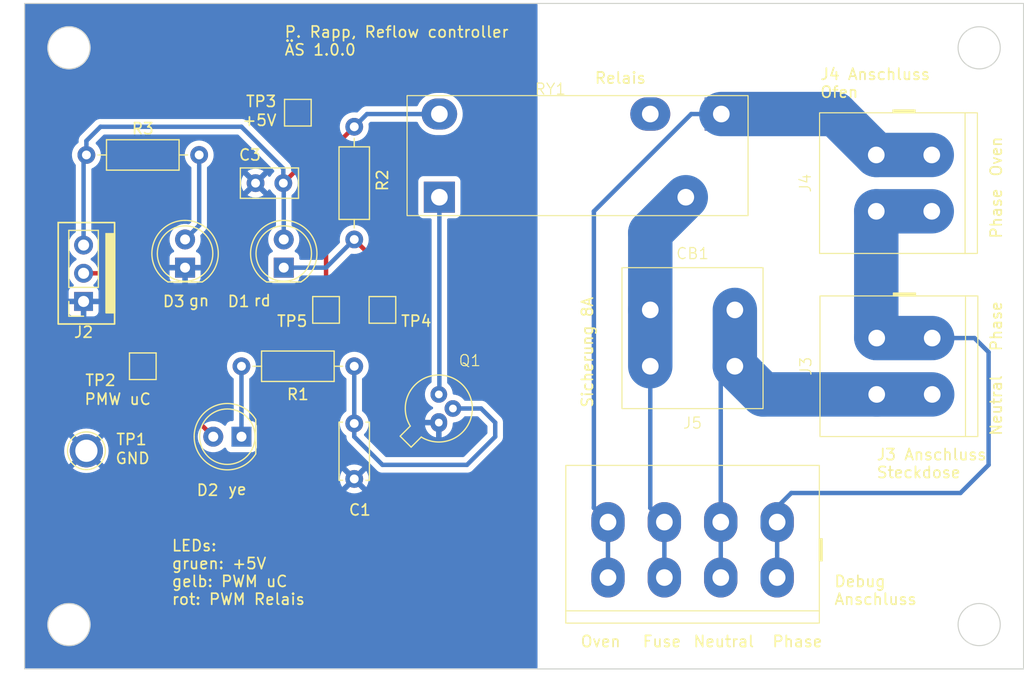
<source format=kicad_pcb>
(kicad_pcb (version 20221018) (generator pcbnew)
  (title_block (title "Reflow Oven Controller") (date "2024-01-24") (rev "1.0.0") (company "Philipp Rapp"))
  (layers (0 "F.Cu" signal) (31 "B.Cu" signal) (34 "B.Paste" user) (35 "F.Paste" user) (36 "B.SilkS" user "B.Silkscreen") (37 "F.SilkS" user "F.Silkscreen") (38 "B.Mask" user) (39 "F.Mask" user) (44 "Edge.Cuts" user))
  (net 0 "")
  (net 1 "Net-(Q1-B)")
  (net 2 "GND")
  (net 4 "+5V")
  (net 5 "/Fuse")
  (net 6 "Earth")
  (net 7 "Net-(D1-K)")
  (net 8 "Net-(D2-K)")
  (net 9 "Net-(Q1-C)")
  (net 10 "Net-(RY1-A1)")
  (net 11 "Net-(D2-A)")
  (net 12 "Net-(D3-A)")
  (net 13 "AC")
  (net 14 "/Oven")
  (footprint "LED_THT:LED_D5.0mm" (layer "F.Cu") (at 133.35 83.82 90)
    (fp_text reference "D1" (at -3.048 -4.064 180) (layer "F.SilkS"))
    (fp_text value "LED rd")
    (fp_line (start -1.29 -1.545) (end -1.29 1.545) (stroke (width 0.12)) (layer "F.SilkS"))
    (fp_arc (start -1.29 -1.54483) (mid 2.072002 -2.880433) (end 4.26 0.000462) (stroke (width 0.12)) (layer "F.SilkS"))
    (fp_arc (start 4.26 -0.000462) (mid 2.072002 2.880433) (end -1.29 1.54483) (stroke (width 0.12)) (layer "F.SilkS"))
    (fp_circle (center 1.27 0) (end 3.77 0) (stroke (width 0.12)) (fill none) (layer "F.SilkS"))
    (pad "1" thru_hole rect (at 0 0 90) (size 1.8 1.8) (drill 0.9) (layers "*.Cu" "*.Mask") (net 7 "Net-(D1-K)"))
    (pad "2" thru_hole circle (at 2.54 0 90) (size 1.8 1.8) (drill 0.9) (layers "*.Cu" "*.Mask") (net 4 "+5V"))
  )
  (footprint "TestPoint:TestPoint_Pad_2.0x2.0mm" (layer "F.Cu") (at 120.65 92.71)
    (fp_text reference "TP2" (at -3.81 1.27) (layer "F.SilkS"))
    (fp_text value "TestPoint")
    (fp_line (start -1.2 -1.2) (end 1.2 -1.2) (stroke (width 0.12)) (layer "F.SilkS"))
    (fp_line (start -1.2 1.2) (end -1.2 -1.2) (stroke (width 0.12)) (layer "F.SilkS"))
    (fp_line (start 1.2 -1.2) (end 1.2 1.2) (stroke (width 0.12)) (layer "F.SilkS"))
    (fp_line (start 1.2 1.2) (end -1.2 1.2) (stroke (width 0.12)) (layer "F.SilkS"))
    (pad "1" smd rect (at 0 0) (size 2 2) (layers "F.Cu" "F.Mask") (net 11 "Net-(D2-A)"))
  )
  (footprint "LED_THT:LED_D5.0mm" (layer "F.Cu") (at 124.46 83.82 90)
    (fp_text reference "D3" (at -3.048 -1.016 180) (layer "F.SilkS"))
    (fp_text value "LED gn")
    (fp_line (start -1.29 -1.545) (end -1.29 1.545) (stroke (width 0.12)) (layer "F.SilkS"))
    (fp_arc (start -1.29 -1.54483) (mid 2.072002 -2.880433) (end 4.26 0.000462) (stroke (width 0.12)) (layer "F.SilkS"))
    (fp_arc (start 4.26 -0.000462) (mid 2.072002 2.880433) (end -1.29 1.54483) (stroke (width 0.12)) (layer "F.SilkS"))
    (fp_circle (center 1.27 0) (end 3.77 0) (stroke (width 0.12)) (fill none) (layer "F.SilkS"))
    (pad "1" thru_hole rect (at 0 0 90) (size 1.8 1.8) (drill 0.9) (layers "*.Cu" "*.Mask") (net 2 "GND"))
    (pad "2" thru_hole circle (at 2.54 0 90) (size 1.8 1.8) (drill 0.9) (layers "*.Cu" "*.Mask") (net 12 "Net-(D3-A)"))
  )
  (footprint "LED_THT:LED_D5.0mm" (layer "F.Cu") (at 129.54 99.06 180)
    (fp_text reference "D2" (at 3.048 -4.826) (layer "F.SilkS"))
    (fp_text value "LED ye")
    (fp_line (start -1.29 -1.545) (end -1.29 1.545) (stroke (width 0.12)) (layer "F.SilkS"))
    (fp_arc (start -1.29 -1.54483) (mid 2.072002 -2.880433) (end 4.26 0.000462) (stroke (width 0.12)) (layer "F.SilkS"))
    (fp_arc (start 4.26 -0.000462) (mid 2.072002 2.880433) (end -1.29 1.54483) (stroke (width 0.12)) (layer "F.SilkS"))
    (fp_circle (center 1.27 0) (end 3.77 0) (stroke (width 0.12)) (fill none) (layer "F.SilkS"))
    (pad "1" thru_hole rect (at 0 0 180) (size 1.8 1.8) (drill 0.9) (layers "*.Cu" "*.Mask") (net 8 "Net-(D2-K)"))
    (pad "2" thru_hole circle (at 2.54 0 180) (size 1.8 1.8) (drill 0.9) (layers "*.Cu" "*.Mask") (net 11 "Net-(D2-A)"))
  )
  (footprint "controller:FIN 43.41.7" (layer "F.Cu") (at 157.37 73.72)
    (fp_text reference "RY1" (at 0 -6 unlocked) (layer "F.SilkS") (effects (font (thickness 0.1))))
    (fp_text value "FIN_43.41.7")
    (fp_rect (start -12.91 -5.41) (end 17.81 5.41) (stroke (width 0.1)) (fill none) (layer "F.SilkS"))
    (pad "1" thru_hole oval (at -10 -3.75) (size 3.2 2.8) (drill 1.5) (layers "*.Cu" "*.Mask") (net 10 "Net-(RY1-A1)"))
    (pad "2" thru_hole rect (at -10 3.75) (size 2.8 2.8) (drill 1.5) (layers "*.Cu" "*.Mask") (net 9 "Net-(Q1-C)"))
    (pad "3" thru_hole oval (at 12.2 3.75) (size 3.6 3) (drill 1.5) (layers "*.Cu" "*.Mask") (net 5 "/Fuse"))
    (pad "4" thru_hole oval (at 9 -3.75) (size 3.6 3) (drill 1.5) (layers "*.Cu" "*.Mask"))
    (pad "5" thru_hole rect (at 15.4 -3.75) (size 3 3) (drill 1.5) (layers "*.Cu" "*.Mask") (net 14 "/Oven"))
  )
  (footprint "Resistor_THT:R_Axial_DIN0207_L6.3mm_D2.5mm_P10.16mm_Horizontal" (layer "F.Cu") (at 115.57 73.66)
    (fp_text reference "R3" (at 5.08 -2.37) (layer "F.SilkS"))
    (fp_text value "1k")
    (fp_line (start 1.04 0) (end 1.81 0) (stroke (width 0.12)) (layer "F.SilkS"))
    (fp_line (start 1.81 -1.37) (end 1.81 1.37) (stroke (width 0.12)) (layer "F.SilkS"))
    (fp_line (start 1.81 1.37) (end 8.35 1.37) (stroke (width 0.12)) (layer "F.SilkS"))
    (fp_line (start 8.35 -1.37) (end 1.81 -1.37) (stroke (width 0.12)) (layer "F.SilkS"))
    (fp_line (start 8.35 1.37) (end 8.35 -1.37) (stroke (width 0.12)) (layer "F.SilkS"))
    (fp_line (start 9.12 0) (end 8.35 0) (stroke (width 0.12)) (layer "F.SilkS"))
    (pad "1" thru_hole circle (at 0 0) (size 1.6 1.6) (drill 0.8) (layers "*.Cu" "*.Mask") (net 4 "+5V"))
    (pad "2" thru_hole oval (at 10.16 0) (size 1.6 1.6) (drill 0.8) (layers "*.Cu" "*.Mask") (net 12 "Net-(D3-A)"))
  )
  (footprint "controller:WAGO 236-402" (layer "F.Cu") (at 189.23 76.2 90)
    (fp_text reference "J4" (at 0 -8.89 90 unlocked) (layer "F.SilkS") (effects (font (thickness 0.1))))
    (fp_text value "WAGO 236-402")
    (fp_line (start -6.34 5.5) (end 6.34 5.5) (stroke (width 0.1)) (layer "F.SilkS"))
    (fp_rect (start -6.34 -7.61) (end 6.34 6.61) (stroke (width 0.1)) (fill none) (layer "F.SilkS"))
    (fp_rect (start 6.34 -1) (end 6.604 1) (stroke (width 0.1)) (fill solid) (layer "F.SilkS"))
    (pad "1" thru_hole oval (at -2.54 2.5 90) (size 3 3.6) (drill 1.5) (layers "*.Cu" "*.Mask") (net 13 "AC"))
    (pad "2" thru_hole oval (at -2.54 -2.5 90) (size 3 3.6) (drill 1.5) (layers "*.Cu" "*.Mask") (net 13 "AC"))
    (pad "3" thru_hole oval (at 2.54 2.5 90) (size 3 3.6) (drill 1.5) (layers "*.Cu" "*.Mask") (net 14 "/Oven"))
    (pad "4" thru_hole oval (at 2.54 -2.5 90) (size 3 3.6) (drill 1.5) (layers "*.Cu" "*.Mask") (net 14 "/Oven"))
  )
  (footprint "Resistor_THT:R_Axial_DIN0207_L6.3mm_D2.5mm_P10.16mm_Horizontal" (layer "F.Cu") (at 139.7 81.28 90)
    (fp_text reference "R2" (at 5.334 2.54 90) (layer "F.SilkS"))
    (fp_text value "22R")
    (fp_line (start 1.04 0) (end 1.81 0) (stroke (width 0.12)) (layer "F.SilkS"))
    (fp_line (start 1.81 -1.37) (end 1.81 1.37) (stroke (width 0.12)) (layer "F.SilkS"))
    (fp_line (start 1.81 1.37) (end 8.35 1.37) (stroke (width 0.12)) (layer "F.SilkS"))
    (fp_line (start 8.35 -1.37) (end 1.81 -1.37) (stroke (width 0.12)) (layer "F.SilkS"))
    (fp_line (start 8.35 1.37) (end 8.35 -1.37) (stroke (width 0.12)) (layer "F.SilkS"))
    (fp_line (start 9.12 0) (end 8.35 0) (stroke (width 0.12)) (layer "F.SilkS"))
    (pad "1" thru_hole circle (at 0 0 90) (size 1.6 1.6) (drill 0.8) (layers "*.Cu" "*.Mask") (net 7 "Net-(D1-K)"))
    (pad "2" thru_hole oval (at 10.16 0 90) (size 1.6 1.6) (drill 0.8) (layers "*.Cu" "*.Mask") (net 10 "Net-(RY1-A1)"))
  )
  (footprint "TestPoint:TestPoint_Pad_2.0x2.0mm" (layer "F.Cu") (at 137.16 87.63)
    (fp_text reference "TP5" (at -3.048 1.016) (layer "F.SilkS"))
    (fp_text value "TestPoint")
    (fp_line (start -1.2 -1.2) (end 1.2 -1.2) (stroke (width 0.12)) (layer "F.SilkS"))
    (fp_line (start -1.2 1.2) (end -1.2 -1.2) (stroke (width 0.12)) (layer "F.SilkS"))
    (fp_line (start 1.2 -1.2) (end 1.2 1.2) (stroke (width 0.12)) (layer "F.SilkS"))
    (fp_line (start 1.2 1.2) (end -1.2 1.2) (stroke (width 0.12)) (layer "F.SilkS"))
    (pad "1" smd rect (at 0 0) (size 2 2) (layers "F.Cu" "F.Mask") (net 10 "Net-(RY1-A1)"))
  )
  (footprint "controller:FPG4" (layer "F.Cu") (at 170.18 90.17)
    (fp_text reference "CB1" (at 0 -7.62 unlocked) (layer "F.SilkS") (effects (font (thickness 0.1))))
    (fp_text value "FPG4")
    (fp_rect (start -6.36 -6.35) (end 6.35 6.36) (stroke (width 0.1)) (fill none) (layer "F.SilkS"))
    (pad "1" thru_hole oval (at -3.81 -2.54) (size 3.6 3) (drill 1.5) (layers "*.Cu" "*.Mask") (net 5 "/Fuse"))
    (pad "2" thru_hole oval (at -3.81 2.54) (size 3.6 3) (drill 1.5) (layers "*.Cu" "*.Mask") (net 5 "/Fuse"))
    (pad "3" thru_hole oval (at 3.81 -2.54) (size 3.6 3) (drill 1.5) (layers "*.Cu" "*.Mask") (net 6 "Earth"))
    (pad "4" thru_hole oval (at 3.81 2.54) (size 3.6 3) (drill 1.5) (layers "*.Cu" "*.Mask") (net 6 "Earth"))
  )
  (footprint "TestPoint:TestPoint_Plated_Hole_D2.0mm" (layer "F.Cu") (at 115.57 100.33)
    (fp_text reference "TP1" (at 4.064 -1.016) (layer "F.SilkS"))
    (fp_text value "TestPoint")
    (fp_circle (center 0 0) (end 0 -1.7) (stroke (width 0.12)) (fill none) (layer "F.SilkS"))
    (pad "1" thru_hole circle (at 0 0) (size 3 3) (drill 2) (layers "*.Cu" "*.Mask") (net 2 "GND"))
  )
  (footprint "TestPoint:TestPoint_Pad_2.0x2.0mm" (layer "F.Cu") (at 142.24 87.63)
    (fp_text reference "TP4" (at 3.048 1.016) (layer "F.SilkS"))
    (fp_text value "TestPoint")
    (fp_line (start -1.2 -1.2) (end 1.2 -1.2) (stroke (width 0.12)) (layer "F.SilkS"))
    (fp_line (start -1.2 1.2) (end -1.2 -1.2) (stroke (width 0.12)) (layer "F.SilkS"))
    (fp_line (start 1.2 -1.2) (end 1.2 1.2) (stroke (width 0.12)) (layer "F.SilkS"))
    (fp_line (start 1.2 1.2) (end -1.2 1.2) (stroke (width 0.12)) (layer "F.SilkS"))
    (pad "1" smd rect (at 0 0) (size 2 2) (layers "F.Cu" "F.Mask") (net 7 "Net-(D1-K)"))
  )
  (footprint "TestPoint:TestPoint_Pad_2.0x2.0mm" (layer "F.Cu") (at 134.62 69.85)
    (fp_text reference "TP3" (at -3.302 -1.016) (layer "F.SilkS"))
    (fp_text value "TestPoint")
    (fp_line (start -1.2 -1.2) (end 1.2 -1.2) (stroke (width 0.12)) (layer "F.SilkS"))
    (fp_line (start -1.2 1.2) (end -1.2 -1.2) (stroke (width 0.12)) (layer "F.SilkS"))
    (fp_line (start 1.2 -1.2) (end 1.2 1.2) (stroke (width 0.12)) (layer "F.SilkS"))
    (fp_line (start 1.2 1.2) (end -1.2 1.2) (stroke (width 0.12)) (layer "F.SilkS"))
    (pad "1" smd rect (at 0 0) (size 2 2) (layers "F.Cu" "F.Mask") (net 4 "+5V"))
  )
  (footprint "Resistor_THT:R_Axial_DIN0207_L6.3mm_D2.5mm_P10.16mm_Horizontal" (layer "F.Cu") (at 129.54 92.71)
    (fp_text reference "R1" (at 5.08 2.54) (layer "F.SilkS"))
    (fp_text value "1k")
    (fp_line (start 1.04 0) (end 1.81 0) (stroke (width 0.12)) (layer "F.SilkS"))
    (fp_line (start 1.81 -1.37) (end 1.81 1.37) (stroke (width 0.12)) (layer "F.SilkS"))
    (fp_line (start 1.81 1.37) (end 8.35 1.37) (stroke (width 0.12)) (layer "F.SilkS"))
    (fp_line (start 8.35 -1.37) (end 1.81 -1.37) (stroke (width 0.12)) (layer "F.SilkS"))
    (fp_line (start 8.35 1.37) (end 8.35 -1.37) (stroke (width 0.12)) (layer "F.SilkS"))
    (fp_line (start 9.12 0) (end 8.35 0) (stroke (width 0.12)) (layer "F.SilkS"))
    (pad "1" thru_hole circle (at 0 0) (size 1.6 1.6) (drill 0.8) (layers "*.Cu" "*.Mask") (net 8 "Net-(D2-K)"))
    (pad "2" thru_hole oval (at 10.16 0) (size 1.6 1.6) (drill 0.8) (layers "*.Cu" "*.Mask") (net 1 "Net-(Q1-B)"))
  )
  (footprint "Capacitor_THT:C_Disc_D5.0mm_W2.5mm_P2.50mm" (layer "F.Cu") (at 133.31 76.2 180)
    (fp_text reference "C3" (at 3.008 2.54) (layer "F.SilkS"))
    (fp_text value "100n")
    (fp_line (start -1.37 -1.37) (end -1.37 1.37) (stroke (width 0.12)) (layer "F.SilkS"))
    (fp_line (start -1.37 -1.37) (end 3.87 -1.37) (stroke (width 0.12)) (layer "F.SilkS"))
    (fp_line (start -1.37 1.37) (end 3.87 1.37) (stroke (width 0.12)) (layer "F.SilkS"))
    (fp_line (start 3.87 -1.37) (end 3.87 1.37) (stroke (width 0.12)) (layer "F.SilkS"))
    (pad "1" thru_hole circle (at 0 0 180) (size 1.6 1.6) (drill 0.8) (layers "*.Cu" "*.Mask") (net 4 "+5V"))
    (pad "2" thru_hole circle (at 2.5 0 180) (size 1.6 1.6) (drill 0.8) (layers "*.Cu" "*.Mask") (net 2 "GND"))
  )
  (footprint "controller:WAGO 236-404" (layer "F.Cu") (at 170.18 109.26)
    (fp_text reference "J5" (at 0 -11.43 unlocked) (layer "F.SilkS") (effects (font (thickness 0.1))))
    (fp_text value "WAGO 236-404")
    (fp_line (start -11.42 5.5) (end 11.42 5.5) (stroke (width 0.1)) (layer "F.SilkS"))
    (fp_rect (start -11.42 -7.61) (end 11.42 6.61) (stroke (width 0.1)) (fill none) (layer "F.SilkS"))
    (fp_rect (start 11.42 -1) (end 11.684 1) (stroke (width 0.1)) (fill solid) (layer "F.SilkS"))
    (pad "1" thru_hole oval (at -7.62 2.5) (size 3 3.6) (drill 1.5) (layers "*.Cu" "*.Mask") (net 14 "/Oven"))
    (pad "2" thru_hole oval (at -7.62 -2.5) (size 3 3.6) (drill 1.5) (layers "*.Cu" "*.Mask") (net 14 "/Oven"))
    (pad "3" thru_hole oval (at -2.54 2.5) (size 3 3.6) (drill 1.5) (layers "*.Cu" "*.Mask") (net 5 "/Fuse"))
    (pad "4" thru_hole oval (at -2.54 -2.5) (size 3 3.6) (drill 1.5) (layers "*.Cu" "*.Mask") (net 5 "/Fuse"))
    (pad "5" thru_hole oval (at 2.54 2.5) (size 3 3.6) (drill 1.5) (layers "*.Cu" "*.Mask") (net 6 "Earth"))
    (pad "6" thru_hole oval (at 2.54 -2.5) (size 3 3.6) (drill 1.5) (layers "*.Cu" "*.Mask") (net 6 "Earth"))
    (pad "7" thru_hole oval (at 7.62 2.5) (size 3 3.6) (drill 1.5) (layers "*.Cu" "*.Mask") (net 13 "AC"))
    (pad "8" thru_hole oval (at 7.62 -2.5) (size 3 3.6) (drill 1.5) (layers "*.Cu" "*.Mask") (net 13 "AC"))
  )
  (footprint "Capacitor_THT:C_Disc_D5.0mm_W2.5mm_P5.00mm" (layer "F.Cu") (at 139.7 97.87 -90)
    (fp_text reference "C1" (at 7.794 -0.508 -180) (layer "F.SilkS"))
    (fp_text value "1n")
    (fp_line (start -0.12 -1.37) (end -0.12 -1.055) (stroke (width 0.12)) (layer "F.SilkS"))
    (fp_line (start -0.12 -1.37) (end 5.12 -1.37) (stroke (width 0.12)) (layer "F.SilkS"))
    (fp_line (start -0.12 1.055) (end -0.12 1.37) (stroke (width 0.12)) (layer "F.SilkS"))
    (fp_line (start -0.12 1.37) (end 5.12 1.37) (stroke (width 0.12)) (layer "F.SilkS"))
    (fp_line (start 5.12 -1.37) (end 5.12 -1.055) (stroke (width 0.12)) (layer "F.SilkS"))
    (fp_line (start 5.12 1.055) (end 5.12 1.37) (stroke (width 0.12)) (layer "F.SilkS"))
    (pad "1" thru_hole circle (at 0 0 270) (size 1.6 1.6) (drill 0.8) (layers "*.Cu" "*.Mask") (net 1 "Net-(Q1-B)"))
    (pad "2" thru_hole circle (at 5 0 270) (size 1.6 1.6) (drill 0.8) (layers "*.Cu" "*.Mask") (net 2 "GND"))
  )
  (footprint "controller:2N2222" (layer "F.Cu") (at 147.32 96.52 90)
    (fp_text reference "Q1" (at 4.318 2.794 unlocked) (layer "F.SilkS") (effects (font (thickness 0.1))))
    (fp_text value "2N2222")
    (fp_line (start -3.484448 -2.494499) (end -2.572281 -1.582331) (stroke (width 0.12)) (layer "F.SilkS"))
    (fp_line (start -2.494499 -3.484448) (end -3.484448 -2.494499) (stroke (width 0.12)) (layer "F.SilkS"))
    (fp_line (start -1.582331 -2.572281) (end -2.494499 -3.484448) (stroke (width 0.12)) (layer "F.SilkS"))
    (fp_arc (start -1.582331 -2.572281) (mid 2.135374 2.135551) (end -2.57215 -1.582544) (stroke (width 0.12)) (layer "F.SilkS"))
    (pad "1" thru_hole oval (at -1.27 0 90) (size 1.7 1.5) (drill 0.7) (layers "*.Cu" "*.Mask") (net 2 "GND"))
    (pad "2" thru_hole oval (at 0 1.27 90) (size 1.5 1.5) (drill 0.7) (layers "*.Cu" "*.Mask") (net 1 "Net-(Q1-B)"))
    (pad "3" thru_hole oval (at 1.27 0 90) (size 1.5 1.5) (drill 0.7) (layers "*.Cu" "*.Mask") (net 9 "Net-(Q1-C)"))
  )
  (footprint "controller:WAGO 236-402" (layer "F.Cu") (at 189.27 92.71 90)
    (fp_text reference "J3" (at 0 -8.89 90 unlocked) (layer "F.SilkS") (effects (font (thickness 0.1))))
    (fp_text value "WAGO 236-402")
    (fp_line (start -6.34 5.5) (end 6.34 5.5) (stroke (width 0.1)) (layer "F.SilkS"))
    (fp_rect (start -6.34 -7.61) (end 6.34 6.61) (stroke (width 0.1)) (fill none) (layer "F.SilkS"))
    (fp_rect (start 6.34 -1) (end 6.604 1) (stroke (width 0.1)) (fill solid) (layer "F.SilkS"))
    (pad "1" thru_hole oval (at -2.54 2.5 90) (size 3 3.6) (drill 1.5) (layers "*.Cu" "*.Mask") (net 6 "Earth"))
    (pad "2" thru_hole oval (at -2.54 -2.5 90) (size 3 3.6) (drill 1.5) (layers "*.Cu" "*.Mask") (net 6 "Earth"))
    (pad "3" thru_hole oval (at 2.54 2.5 90) (size 3 3.6) (drill 1.5) (layers "*.Cu" "*.Mask") (net 13 "AC"))
    (pad "4" thru_hole oval (at 2.54 -2.5 90) (size 3 3.6) (drill 1.5) (layers "*.Cu" "*.Mask") (net 13 "AC"))
  )
  (footprint "Connector_PinSocket_2.54mm:PinSocket_1x03_P2.54mm_Vertical" (layer "F.Cu") (at 115.316 86.868 180)
    (fp_text reference "J2" (at 0 -2.77) (layer "F.SilkS"))
    (fp_text value "Conn_01x03_Socket")
    (fp_line (start -1.33 1.27) (end -1.33 6.41) (stroke (width 0.12)) (layer "F.SilkS"))
    (fp_line (start -1.33 1.27) (end 1.33 1.27) (stroke (width 0.12)) (layer "F.SilkS"))
    (fp_line (start -1.33 6.41) (end 1.33 6.41) (stroke (width 0.12)) (layer "F.SilkS"))
    (fp_line (start 0 -1.33) (end 1.33 -1.33) (stroke (width 0.12)) (layer "F.SilkS"))
    (fp_line (start 1.33 -1.33) (end 1.33 0) (stroke (width 0.12)) (layer "F.SilkS"))
    (fp_line (start 1.33 1.27) (end 1.33 6.41) (stroke (width 0.12)) (layer "F.SilkS"))
    (pad "1" thru_hole rect (at 0 0 180) (size 1.7 1.7) (drill 1) (layers "*.Cu" "*.Mask") (net 2 "GND"))
    (pad "2" thru_hole oval (at 0 2.54 180) (size 1.7 1.7) (drill 1) (layers "*.Cu" "*.Mask") (net 11 "Net-(D2-A)"))
    (pad "3" thru_hole oval (at 0 5.08 180) (size 1.7 1.7) (drill 1) (layers "*.Cu" "*.Mask") (net 4 "+5V"))
  )
  (gr_rect (start 117.348 80.772) (end 118.11 87.884) (stroke (width 0.15)) (fill solid) (layer "F.SilkS"))
  (gr_rect (start 113.03 79.756) (end 118.11 88.9) (stroke (width 0.15)) (fill none) (layer "F.SilkS"))
  (gr_circle (center 114 116) (end 115.9 116) (stroke (width 0.1)) (fill none) (layer "Edge.Cuts"))
  (gr_rect (start 110 60) (end 200 120) (stroke (width 0.1)) (fill none) (layer "Edge.Cuts"))
  (gr_circle (center 196 116) (end 197.9 116) (stroke (width 0.1)) (fill none) (layer "Edge.Cuts"))
  (gr_circle (center 114 64) (end 115.9 64) (stroke (width 0.1)) (fill none) (layer "Edge.Cuts"))
  (gr_circle (center 196 64) (end 197.9 64) (stroke (width 0.1)) (fill none) (layer "Edge.Cuts"))
  (gr_text "Sicherung 8A" (at 161.29 96.52 90) (layer "F.SilkS") (effects (font (size 1 1)) (justify left bottom)))
  (gr_text "Neutral" (at 170.18 118.11) (layer "F.SilkS") (effects (font (size 1 1)) (justify left bottom)))
  (gr_text "Phase" (at 177.292 118.11) (layer "F.SilkS") (effects (font (size 1 1)) (justify left bottom)))
  (gr_text "Oven" (at 160.02 118.11) (layer "F.SilkS") (effects (font (size 1 1)) (justify left bottom)))
  (gr_text "P. Rapp, Reflow controller\nÄS 1.0.0" (at 133.35 64.77) (layer "F.SilkS") (effects (font (size 1 1)) (justify left bottom)))
  (gr_text "gn" (at 124.714 87.376) (layer "F.SilkS") (effects (font (size 1 1)) (justify left bottom)))
  (gr_text "J3 Anschluss\nSteckdose" (at 186.69 102.87) (layer "F.SilkS") (effects (font (size 1 1)) (justify left bottom)))
  (gr_text "J4 Anschluss\nOfen" (at 181.61 68.58) (layer "F.SilkS") (effects (font (size 1 1)) (justify left bottom)))
  (gr_text "PMW uC" (at 115.316 96.266) (layer "F.SilkS") (effects (font (size 1 1)) (justify left bottom)))
  (gr_text "Fuse" (at 165.608 118.11) (layer "F.SilkS") (effects (font (size 1 1)) (justify left bottom)))
  (gr_text "Relais" (at 161.29 67.31) (layer "F.SilkS") (effects (font (size 1 1)) (justify left bottom)))
  (gr_text "Neutral" (at 198.12 99.06 90) (layer "F.SilkS") (effects (font (size 1 1)) (justify left bottom)))
  (gr_text "LEDs:\ngruen: +5V\ngelb: PWM uC\nrot: PWM Relais" (at 123.19 114.3) (layer "F.SilkS") (effects (font (size 1 1)) (justify left bottom)))
  (gr_text "+5V" (at 129.54 71.12) (layer "F.SilkS") (effects (font (size 1 1)) (justify left bottom)))
  (gr_text "Oven" (at 198.12 75.692 90) (layer "F.SilkS") (effects (font (size 1 1)) (justify left bottom)))
  (gr_text "Phase" (at 198.12 81.28 90) (layer "F.SilkS") (effects (font (size 1 1)) (justify left bottom)))
  (gr_text "GND" (at 118.11 101.6) (layer "F.SilkS") (effects (font (size 1 1)) (justify left bottom)))
  (gr_text "Phase" (at 198.12 91.44 90) (layer "F.SilkS") (effects (font (size 1 1)) (justify left bottom)))
  (gr_text "Debug\nAnschluss" (at 182.88 114.3) (layer "F.SilkS") (effects (font (size 1 1)) (justify left bottom)))
  (gr_text "rd" (at 130.556 87.376) (layer "F.SilkS") (effects (font (size 1 1)) (justify left bottom)))
  (gr_text "ye" (at 128.27 104.394) (layer "F.SilkS") (effects (font (size 1 1)) (justify left bottom)))
  (segment (start 139.7 99.06) (end 139.7 97.87) (width 0.4) (layer "B.Cu") (net 1))
  (segment (start 139.7 92.71) (end 139.7 97.87) (width 0.4) (layer "B.Cu") (net 1))
  (segment (start 152.4 97.79) (end 152.4 99.06) (width 0.4) (layer "B.Cu") (net 1))
  (segment (start 151.13 96.52) (end 152.4 97.79) (width 0.4) (layer "B.Cu") (net 1))
  (segment (start 142.24 101.6) (end 139.7 99.06) (width 0.4) (layer "B.Cu") (net 1))
  (segment (start 148.59 96.52) (end 151.13 96.52) (width 0.4) (layer "B.Cu") (net 1))
  (segment (start 152.4 99.06) (end 149.86 101.6) (width 0.4) (layer "B.Cu") (net 1))
  (segment (start 149.86 101.6) (end 142.24 101.6) (width 0.4) (layer "B.Cu") (net 1))
  (segment (start 134.62 74.93) (end 134.62 69.85) (width 0.4) (layer "F.Cu") (net 4))
  (segment (start 133.31 76.2) (end 134.58 74.93) (width 0.4) (layer "F.Cu") (net 4))
  (segment (start 134.58 74.93) (end 134.62 74.93) (width 0.4) (layer "F.Cu") (net 4))
  (segment (start 115.316 73.914) (end 115.57 73.66) (width 0.4) (layer "B.Cu") (net 4))
  (segment (start 115.57 72.39) (end 116.84 71.12) (width 0.4) (layer "B.Cu") (net 4))
  (segment (start 116.84 71.12) (end 129.54 71.12) (width 0.4) (layer "B.Cu") (net 4))
  (segment (start 133.31 74.89) (end 129.54 71.12) (width 0.4) (layer "B.Cu") (net 4))
  (segment (start 133.35 81.28) (end 133.35 76.24) (width 0.4) (layer "B.Cu") (net 4))
  (segment (start 133.35 76.24) (end 133.31 76.2) (width 0.4) (layer "B.Cu") (net 4))
  (segment (start 115.57 73.66) (end 115.57 72.39) (width 0.4) (layer "B.Cu") (net 4))
  (segment (start 115.316 81.788) (end 115.316 73.914) (width 0.4) (layer "B.Cu") (net 4))
  (segment (start 133.31 76.2) (end 133.31 74.89) (width 0.4) (layer "B.Cu") (net 4))
  (segment (start 166.37 105.49) (end 166.37 92.71) (width 0.4) (layer "B.Cu") (net 5))
  (segment (start 167.64 111.76) (end 167.64 106.76) (width 0.4) (layer "B.Cu") (net 5))
  (segment (start 166.37 80.67) (end 169.57 77.47) (width 4) (layer "B.Cu") (net 5))
  (segment (start 166.37 92.71) (end 166.37 87.63) (width 4) (layer "B.Cu") (net 5))
  (segment (start 167.64 106.76) (end 166.37 105.49) (width 0.4) (layer "B.Cu") (net 5))
  (segment (start 166.37 87.63) (end 166.37 80.67) (width 4) (layer "B.Cu") (net 5))
  (segment (start 172.72 93.98) (end 173.99 92.71) (width 0.4) (layer "B.Cu") (net 6))
  (segment (start 186.77 95.25) (end 176.53 95.25) (width 4) (layer "B.Cu") (net 6))
  (segment (start 191.77 95.25) (end 186.77 95.25) (width 4) (layer "B.Cu") (net 6))
  (segment (start 173.99 92.71) (end 173.99 87.63) (width 4) (layer "B.Cu") (net 6))
  (segment (start 176.53 95.25) (end 173.99 92.71) (width 4) (layer "B.Cu") (net 6))
  (segment (start 172.72 106.76) (end 172.72 93.98) (width 0.4) (layer "B.Cu") (net 6))
  (segment (start 172.72 111.76) (end 172.72 106.76) (width 0.4) (layer "B.Cu") (net 6))
  (segment (start 139.7 81.28) (end 142.24 83.82) (width 0.4) (layer "F.Cu") (net 7))
  (segment (start 142.24 83.82) (end 142.24 87.63) (width 0.4) (layer "F.Cu") (net 7))
  (segment (start 137.16 83.82) (end 139.7 81.28) (width 0.4) (layer "B.Cu") (net 7))
  (segment (start 133.35 83.82) (end 137.16 83.82) (width 0.4) (layer "B.Cu") (net 7))
  (segment (start 129.54 99.06) (end 129.54 92.71) (width 0.4) (layer "B.Cu") (net 8))
  (segment (start 147.37 95.2) (end 147.32 95.25) (width 0.4) (layer "B.Cu") (net 9))
  (segment (start 147.37 77.47) (end 147.37 95.2) (width 0.4) (layer "B.Cu") (net 9))
  (segment (start 137.16 87.63) (end 137.16 73.66) (width 0.4) (layer "F.Cu") (net 10))
  (segment (start 137.16 73.66) (end 139.7 71.12) (width 0.4) (layer "F.Cu") (net 10))
  (segment (start 139.7 71.12) (end 140.85 69.97) (width 0.4) (layer "B.Cu") (net 10))
  (segment (start 140.85 69.97) (end 147.37 69.97) (width 0.4) (layer "B.Cu") (net 10))
  (segment (start 120.65 92.71) (end 127 99.06) (width 0.4) (layer "F.Cu") (net 11))
  (segment (start 120.65 87.63) (end 120.65 92.71) (width 0.4) (layer "F.Cu") (net 11))
  (segment (start 117.348 84.328) (end 120.65 87.63) (width 0.4) (layer "F.Cu") (net 11))
  (segment (start 115.316 84.328) (end 117.348 84.328) (width 0.4) (layer "F.Cu") (net 11))
  (segment (start 125.73 80.01) (end 124.46 81.28) (width 0.4) (layer "B.Cu") (net 12))
  (segment (start 125.73 73.66) (end 125.73 80.01) (width 0.4) (layer "B.Cu") (net 12))
  (segment (start 196.85 91.44) (end 195.58 90.17) (width 0.4) (layer "B.Cu") (net 13))
  (segment (start 177.8 105.41) (end 179.07 104.14) (width 0.4) (layer "B.Cu") (net 13))
  (segment (start 179.07 104.14) (end 194.31 104.14) (width 0.4) (layer "B.Cu") (net 13))
  (segment (start 177.8 111.76) (end 177.8 106.76) (width 0.4) (layer "B.Cu") (net 13))
  (segment (start 186.77 90.17) (end 191.77 90.17) (width 4) (layer "B.Cu") (net 13))
  (segment (start 186.73 90.13) (end 186.77 90.17) (width 4) (layer "B.Cu") (net 13))
  (segment (start 177.8 106.76) (end 177.8 105.41) (width 0.4) (layer "B.Cu") (net 13))
  (segment (start 186.73 78.74) (end 186.73 90.13) (width 4) (layer "B.Cu") (net 13))
  (segment (start 195.58 90.17) (end 191.77 90.17) (width 0.4) (layer "B.Cu") (net 13))
  (segment (start 191.73 78.74) (end 186.73 78.74) (width 4) (layer "B.Cu") (net 13))
  (segment (start 194.31 104.14) (end 196.85 101.6) (width 0.4) (layer "B.Cu") (net 13))
  (segment (start 196.85 101.6) (end 196.85 91.44) (width 0.4) (layer "B.Cu") (net 13))
  (segment (start 162.64 106.76) (end 161.29 105.41) (width 0.4) (layer "B.Cu") (net 14))
  (segment (start 183.04 69.97) (end 172.77 69.97) (width 4) (layer "B.Cu") (net 14))
  (segment (start 170.06 69.97) (end 172.77 69.97) (width 0.4) (layer "B.Cu") (net 14))
  (segment (start 162.56 106.76) (end 161.29 105.49) (width 0.4) (layer "B.Cu") (net 14))
  (segment (start 191.73 73.66) (end 186.73 73.66) (width 4) (layer "B.Cu") (net 14))
  (segment (start 161.29 105.49) (end 161.29 78.74) (width 0.4) (layer "B.Cu") (net 14))
  (segment (start 161.29 78.74) (end 170.06 69.97) (width 0.4) (layer "B.Cu") (net 14))
  (segment (start 162.56 111.76) (end 162.56 106.76) (width 0.4) (layer "B.Cu") (net 14))
  (segment (start 186.73 73.66) (end 183.04 69.97) (width 4) (layer "B.Cu") (net 14))
  (zone (net 2) (net_name "GND") (layer "B.Cu") (connect_pads (clearance 0.5)) (min_thickness 0.25) (fill yes (thermal_gap 0.5) (thermal_bridge_width 0.5))
    (polygon (pts (xy 109.22 59.69) (xy 109.22 120.65) (xy 156.21 120.65) (xy 156.21 59.69)))
  )
)
</source>
